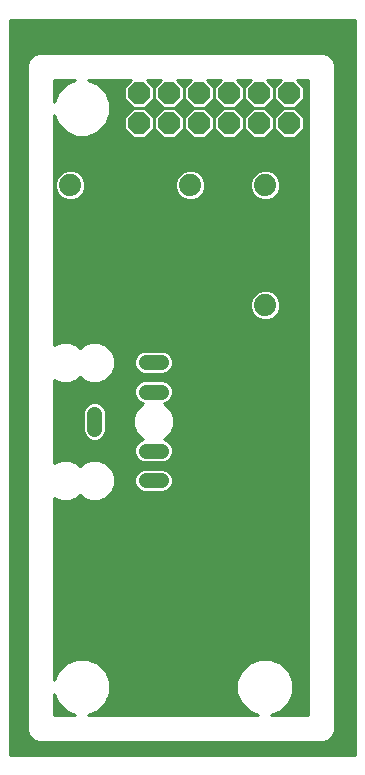
<source format=gbl>
G75*
%MOIN*%
%OFA0B0*%
%FSLAX25Y25*%
%IPPOS*%
%LPD*%
%AMOC8*
5,1,8,0,0,1.08239X$1,22.5*
%
%ADD10C,0.05118*%
%ADD11C,0.07400*%
%ADD12OC8,0.07400*%
%ADD13C,0.01000*%
D10*
X0046689Y0093075D02*
X0051807Y0093075D01*
X0051807Y0102917D02*
X0046689Y0102917D01*
X0046689Y0122602D02*
X0051807Y0122602D01*
X0051807Y0132445D02*
X0046689Y0132445D01*
X0029563Y0115319D02*
X0029563Y0110201D01*
D11*
X0021500Y0191500D03*
X0061500Y0191500D03*
X0086500Y0191500D03*
X0086500Y0151500D03*
D12*
X0084453Y0212091D03*
X0084453Y0222091D03*
X0074453Y0222091D03*
X0074453Y0212091D03*
X0064453Y0212091D03*
X0064453Y0222091D03*
X0054453Y0222091D03*
X0054453Y0212091D03*
X0044453Y0212091D03*
X0044453Y0222091D03*
X0094453Y0222091D03*
X0094453Y0212091D03*
D13*
X0001500Y0246500D02*
X0001500Y0001500D01*
X0116500Y0001500D01*
X0116500Y0246500D01*
X0001500Y0246500D01*
X0001500Y0246046D02*
X0116500Y0246046D01*
X0116500Y0245047D02*
X0001500Y0245047D01*
X0001500Y0244049D02*
X0116500Y0244049D01*
X0116500Y0243050D02*
X0001500Y0243050D01*
X0001500Y0242052D02*
X0116500Y0242052D01*
X0116500Y0241053D02*
X0001500Y0241053D01*
X0001500Y0240055D02*
X0116500Y0240055D01*
X0116500Y0239056D02*
X0001500Y0239056D01*
X0001500Y0238058D02*
X0116500Y0238058D01*
X0116500Y0237059D02*
X0001500Y0237059D01*
X0001500Y0236061D02*
X0116500Y0236061D01*
X0116500Y0235062D02*
X0106839Y0235062D01*
X0106096Y0235370D02*
X0010605Y0235370D01*
X0008951Y0234685D01*
X0007685Y0233419D01*
X0007000Y0231765D01*
X0007000Y0009503D01*
X0007685Y0007849D01*
X0008951Y0006583D01*
X0010605Y0005898D01*
X0012395Y0005898D01*
X0104306Y0005898D01*
X0106096Y0005898D01*
X0107750Y0006583D01*
X0109016Y0007849D01*
X0109701Y0009503D01*
X0109701Y0231765D01*
X0109016Y0233419D01*
X0107750Y0234685D01*
X0106096Y0235370D01*
X0108371Y0234064D02*
X0116500Y0234064D01*
X0116500Y0233065D02*
X0109162Y0233065D01*
X0109576Y0232067D02*
X0116500Y0232067D01*
X0116500Y0231068D02*
X0109701Y0231068D01*
X0109701Y0230070D02*
X0116500Y0230070D01*
X0116500Y0229071D02*
X0109701Y0229071D01*
X0109701Y0228073D02*
X0116500Y0228073D01*
X0116500Y0227074D02*
X0109701Y0227074D01*
X0109701Y0226076D02*
X0116500Y0226076D01*
X0116500Y0225077D02*
X0109701Y0225077D01*
X0109701Y0224079D02*
X0116500Y0224079D01*
X0116500Y0223080D02*
X0109701Y0223080D01*
X0109701Y0222082D02*
X0116500Y0222082D01*
X0116500Y0221083D02*
X0109701Y0221083D01*
X0109701Y0220085D02*
X0116500Y0220085D01*
X0116500Y0219086D02*
X0109701Y0219086D01*
X0109701Y0218088D02*
X0116500Y0218088D01*
X0116500Y0217089D02*
X0109701Y0217089D01*
X0109701Y0216091D02*
X0116500Y0216091D01*
X0116500Y0215092D02*
X0109701Y0215092D01*
X0109701Y0214094D02*
X0116500Y0214094D01*
X0116500Y0213095D02*
X0109701Y0213095D01*
X0109701Y0212097D02*
X0116500Y0212097D01*
X0116500Y0211098D02*
X0109701Y0211098D01*
X0109701Y0210100D02*
X0116500Y0210100D01*
X0116500Y0209101D02*
X0109701Y0209101D01*
X0109701Y0208103D02*
X0116500Y0208103D01*
X0116500Y0207104D02*
X0109701Y0207104D01*
X0109701Y0206105D02*
X0116500Y0206105D01*
X0116500Y0205107D02*
X0109701Y0205107D01*
X0109701Y0204108D02*
X0116500Y0204108D01*
X0116500Y0203110D02*
X0109701Y0203110D01*
X0109701Y0202111D02*
X0116500Y0202111D01*
X0116500Y0201113D02*
X0109701Y0201113D01*
X0109701Y0200114D02*
X0116500Y0200114D01*
X0116500Y0199116D02*
X0109701Y0199116D01*
X0109701Y0198117D02*
X0116500Y0198117D01*
X0116500Y0197119D02*
X0109701Y0197119D01*
X0109701Y0196120D02*
X0116500Y0196120D01*
X0116500Y0195122D02*
X0109701Y0195122D01*
X0109701Y0194123D02*
X0116500Y0194123D01*
X0116500Y0193125D02*
X0109701Y0193125D01*
X0109701Y0192126D02*
X0116500Y0192126D01*
X0116500Y0191128D02*
X0109701Y0191128D01*
X0109701Y0190129D02*
X0116500Y0190129D01*
X0116500Y0189131D02*
X0109701Y0189131D01*
X0109701Y0188132D02*
X0116500Y0188132D01*
X0116500Y0187134D02*
X0109701Y0187134D01*
X0109701Y0186135D02*
X0116500Y0186135D01*
X0116500Y0185137D02*
X0109701Y0185137D01*
X0109701Y0184138D02*
X0116500Y0184138D01*
X0116500Y0183140D02*
X0109701Y0183140D01*
X0109701Y0182141D02*
X0116500Y0182141D01*
X0116500Y0181143D02*
X0109701Y0181143D01*
X0109701Y0180144D02*
X0116500Y0180144D01*
X0116500Y0179146D02*
X0109701Y0179146D01*
X0109701Y0178147D02*
X0116500Y0178147D01*
X0116500Y0177149D02*
X0109701Y0177149D01*
X0109701Y0176150D02*
X0116500Y0176150D01*
X0116500Y0175152D02*
X0109701Y0175152D01*
X0109701Y0174153D02*
X0116500Y0174153D01*
X0116500Y0173155D02*
X0109701Y0173155D01*
X0109701Y0172156D02*
X0116500Y0172156D01*
X0116500Y0171158D02*
X0109701Y0171158D01*
X0109701Y0170159D02*
X0116500Y0170159D01*
X0116500Y0169161D02*
X0109701Y0169161D01*
X0109701Y0168162D02*
X0116500Y0168162D01*
X0116500Y0167164D02*
X0109701Y0167164D01*
X0109701Y0166165D02*
X0116500Y0166165D01*
X0116500Y0165167D02*
X0109701Y0165167D01*
X0109701Y0164168D02*
X0116500Y0164168D01*
X0116500Y0163170D02*
X0109701Y0163170D01*
X0109701Y0162171D02*
X0116500Y0162171D01*
X0116500Y0161172D02*
X0109701Y0161172D01*
X0109701Y0160174D02*
X0116500Y0160174D01*
X0116500Y0159175D02*
X0109701Y0159175D01*
X0109701Y0158177D02*
X0116500Y0158177D01*
X0116500Y0157178D02*
X0109701Y0157178D01*
X0109701Y0156180D02*
X0116500Y0156180D01*
X0116500Y0155181D02*
X0109701Y0155181D01*
X0109701Y0154183D02*
X0116500Y0154183D01*
X0116500Y0153184D02*
X0109701Y0153184D01*
X0109701Y0152186D02*
X0116500Y0152186D01*
X0116500Y0151187D02*
X0109701Y0151187D01*
X0109701Y0150189D02*
X0116500Y0150189D01*
X0116500Y0149190D02*
X0109701Y0149190D01*
X0109701Y0148192D02*
X0116500Y0148192D01*
X0116500Y0147193D02*
X0109701Y0147193D01*
X0109701Y0146195D02*
X0116500Y0146195D01*
X0116500Y0145196D02*
X0109701Y0145196D01*
X0109701Y0144198D02*
X0116500Y0144198D01*
X0116500Y0143199D02*
X0109701Y0143199D01*
X0109701Y0142201D02*
X0116500Y0142201D01*
X0116500Y0141202D02*
X0109701Y0141202D01*
X0109701Y0140204D02*
X0116500Y0140204D01*
X0116500Y0139205D02*
X0109701Y0139205D01*
X0109701Y0138207D02*
X0116500Y0138207D01*
X0116500Y0137208D02*
X0109701Y0137208D01*
X0109701Y0136210D02*
X0116500Y0136210D01*
X0116500Y0135211D02*
X0109701Y0135211D01*
X0109701Y0134213D02*
X0116500Y0134213D01*
X0116500Y0133214D02*
X0109701Y0133214D01*
X0109701Y0132216D02*
X0116500Y0132216D01*
X0116500Y0131217D02*
X0109701Y0131217D01*
X0109701Y0130219D02*
X0116500Y0130219D01*
X0116500Y0129220D02*
X0109701Y0129220D01*
X0109701Y0128222D02*
X0116500Y0128222D01*
X0116500Y0127223D02*
X0109701Y0127223D01*
X0109701Y0126225D02*
X0116500Y0126225D01*
X0116500Y0125226D02*
X0109701Y0125226D01*
X0109701Y0124228D02*
X0116500Y0124228D01*
X0116500Y0123229D02*
X0109701Y0123229D01*
X0109701Y0122231D02*
X0116500Y0122231D01*
X0116500Y0121232D02*
X0109701Y0121232D01*
X0109701Y0120234D02*
X0116500Y0120234D01*
X0116500Y0119235D02*
X0109701Y0119235D01*
X0109701Y0118237D02*
X0116500Y0118237D01*
X0116500Y0117238D02*
X0109701Y0117238D01*
X0109701Y0116239D02*
X0116500Y0116239D01*
X0116500Y0115241D02*
X0109701Y0115241D01*
X0109701Y0114242D02*
X0116500Y0114242D01*
X0116500Y0113244D02*
X0109701Y0113244D01*
X0109701Y0112245D02*
X0116500Y0112245D01*
X0116500Y0111247D02*
X0109701Y0111247D01*
X0109701Y0110248D02*
X0116500Y0110248D01*
X0116500Y0109250D02*
X0109701Y0109250D01*
X0109701Y0108251D02*
X0116500Y0108251D01*
X0116500Y0107253D02*
X0109701Y0107253D01*
X0109701Y0106254D02*
X0116500Y0106254D01*
X0116500Y0105256D02*
X0109701Y0105256D01*
X0109701Y0104257D02*
X0116500Y0104257D01*
X0116500Y0103259D02*
X0109701Y0103259D01*
X0109701Y0102260D02*
X0116500Y0102260D01*
X0116500Y0101262D02*
X0109701Y0101262D01*
X0109701Y0100263D02*
X0116500Y0100263D01*
X0116500Y0099265D02*
X0109701Y0099265D01*
X0109701Y0098266D02*
X0116500Y0098266D01*
X0116500Y0097268D02*
X0109701Y0097268D01*
X0109701Y0096269D02*
X0116500Y0096269D01*
X0116500Y0095271D02*
X0109701Y0095271D01*
X0109701Y0094272D02*
X0116500Y0094272D01*
X0116500Y0093274D02*
X0109701Y0093274D01*
X0109701Y0092275D02*
X0116500Y0092275D01*
X0116500Y0091277D02*
X0109701Y0091277D01*
X0109701Y0090278D02*
X0116500Y0090278D01*
X0116500Y0089280D02*
X0109701Y0089280D01*
X0109701Y0088281D02*
X0116500Y0088281D01*
X0116500Y0087283D02*
X0109701Y0087283D01*
X0109701Y0086284D02*
X0116500Y0086284D01*
X0116500Y0085286D02*
X0109701Y0085286D01*
X0109701Y0084287D02*
X0116500Y0084287D01*
X0116500Y0083289D02*
X0109701Y0083289D01*
X0109701Y0082290D02*
X0116500Y0082290D01*
X0116500Y0081292D02*
X0109701Y0081292D01*
X0109701Y0080293D02*
X0116500Y0080293D01*
X0116500Y0079295D02*
X0109701Y0079295D01*
X0109701Y0078296D02*
X0116500Y0078296D01*
X0116500Y0077298D02*
X0109701Y0077298D01*
X0109701Y0076299D02*
X0116500Y0076299D01*
X0116500Y0075301D02*
X0109701Y0075301D01*
X0109701Y0074302D02*
X0116500Y0074302D01*
X0116500Y0073303D02*
X0109701Y0073303D01*
X0109701Y0072305D02*
X0116500Y0072305D01*
X0116500Y0071306D02*
X0109701Y0071306D01*
X0109701Y0070308D02*
X0116500Y0070308D01*
X0116500Y0069309D02*
X0109701Y0069309D01*
X0109701Y0068311D02*
X0116500Y0068311D01*
X0116500Y0067312D02*
X0109701Y0067312D01*
X0109701Y0066314D02*
X0116500Y0066314D01*
X0116500Y0065315D02*
X0109701Y0065315D01*
X0109701Y0064317D02*
X0116500Y0064317D01*
X0116500Y0063318D02*
X0109701Y0063318D01*
X0109701Y0062320D02*
X0116500Y0062320D01*
X0116500Y0061321D02*
X0109701Y0061321D01*
X0109701Y0060323D02*
X0116500Y0060323D01*
X0116500Y0059324D02*
X0109701Y0059324D01*
X0109701Y0058326D02*
X0116500Y0058326D01*
X0116500Y0057327D02*
X0109701Y0057327D01*
X0109701Y0056329D02*
X0116500Y0056329D01*
X0116500Y0055330D02*
X0109701Y0055330D01*
X0109701Y0054332D02*
X0116500Y0054332D01*
X0116500Y0053333D02*
X0109701Y0053333D01*
X0109701Y0052335D02*
X0116500Y0052335D01*
X0116500Y0051336D02*
X0109701Y0051336D01*
X0109701Y0050338D02*
X0116500Y0050338D01*
X0116500Y0049339D02*
X0109701Y0049339D01*
X0109701Y0048341D02*
X0116500Y0048341D01*
X0116500Y0047342D02*
X0109701Y0047342D01*
X0109701Y0046344D02*
X0116500Y0046344D01*
X0116500Y0045345D02*
X0109701Y0045345D01*
X0109701Y0044347D02*
X0116500Y0044347D01*
X0116500Y0043348D02*
X0109701Y0043348D01*
X0109701Y0042350D02*
X0116500Y0042350D01*
X0116500Y0041351D02*
X0109701Y0041351D01*
X0109701Y0040353D02*
X0116500Y0040353D01*
X0116500Y0039354D02*
X0109701Y0039354D01*
X0109701Y0038356D02*
X0116500Y0038356D01*
X0116500Y0037357D02*
X0109701Y0037357D01*
X0109701Y0036359D02*
X0116500Y0036359D01*
X0116500Y0035360D02*
X0109701Y0035360D01*
X0109701Y0034362D02*
X0116500Y0034362D01*
X0116500Y0033363D02*
X0109701Y0033363D01*
X0109701Y0032365D02*
X0116500Y0032365D01*
X0116500Y0031366D02*
X0109701Y0031366D01*
X0109701Y0030368D02*
X0116500Y0030368D01*
X0116500Y0029369D02*
X0109701Y0029369D01*
X0109701Y0028370D02*
X0116500Y0028370D01*
X0116500Y0027372D02*
X0109701Y0027372D01*
X0109701Y0026373D02*
X0116500Y0026373D01*
X0116500Y0025375D02*
X0109701Y0025375D01*
X0109701Y0024376D02*
X0116500Y0024376D01*
X0116500Y0023378D02*
X0109701Y0023378D01*
X0109701Y0022379D02*
X0116500Y0022379D01*
X0116500Y0021381D02*
X0109701Y0021381D01*
X0109701Y0020382D02*
X0116500Y0020382D01*
X0116500Y0019384D02*
X0109701Y0019384D01*
X0109701Y0018385D02*
X0116500Y0018385D01*
X0116500Y0017387D02*
X0109701Y0017387D01*
X0109701Y0016388D02*
X0116500Y0016388D01*
X0116500Y0015390D02*
X0109701Y0015390D01*
X0109701Y0014391D02*
X0116500Y0014391D01*
X0116500Y0013393D02*
X0109701Y0013393D01*
X0109701Y0012394D02*
X0116500Y0012394D01*
X0116500Y0011396D02*
X0109701Y0011396D01*
X0109701Y0010397D02*
X0116500Y0010397D01*
X0116500Y0009399D02*
X0109658Y0009399D01*
X0109244Y0008400D02*
X0116500Y0008400D01*
X0116500Y0007402D02*
X0108569Y0007402D01*
X0107317Y0006403D02*
X0116500Y0006403D01*
X0116500Y0005405D02*
X0001500Y0005405D01*
X0001500Y0006403D02*
X0009384Y0006403D01*
X0008132Y0007402D02*
X0001500Y0007402D01*
X0001500Y0008400D02*
X0007457Y0008400D01*
X0007043Y0009399D02*
X0001500Y0009399D01*
X0001500Y0010397D02*
X0007000Y0010397D01*
X0007000Y0011396D02*
X0001500Y0011396D01*
X0001500Y0012394D02*
X0007000Y0012394D01*
X0007000Y0013393D02*
X0001500Y0013393D01*
X0001500Y0014391D02*
X0007000Y0014391D01*
X0007000Y0015390D02*
X0001500Y0015390D01*
X0001500Y0016388D02*
X0007000Y0016388D01*
X0007000Y0017387D02*
X0001500Y0017387D01*
X0001500Y0018385D02*
X0007000Y0018385D01*
X0007000Y0019384D02*
X0001500Y0019384D01*
X0001500Y0020382D02*
X0007000Y0020382D01*
X0007000Y0021381D02*
X0001500Y0021381D01*
X0001500Y0022379D02*
X0007000Y0022379D01*
X0007000Y0023378D02*
X0001500Y0023378D01*
X0001500Y0024376D02*
X0007000Y0024376D01*
X0007000Y0025375D02*
X0001500Y0025375D01*
X0001500Y0026373D02*
X0007000Y0026373D01*
X0007000Y0027372D02*
X0001500Y0027372D01*
X0001500Y0028370D02*
X0007000Y0028370D01*
X0007000Y0029369D02*
X0001500Y0029369D01*
X0001500Y0030368D02*
X0007000Y0030368D01*
X0007000Y0031366D02*
X0001500Y0031366D01*
X0001500Y0032365D02*
X0007000Y0032365D01*
X0007000Y0033363D02*
X0001500Y0033363D01*
X0001500Y0034362D02*
X0007000Y0034362D01*
X0007000Y0035360D02*
X0001500Y0035360D01*
X0001500Y0036359D02*
X0007000Y0036359D01*
X0007000Y0037357D02*
X0001500Y0037357D01*
X0001500Y0038356D02*
X0007000Y0038356D01*
X0007000Y0039354D02*
X0001500Y0039354D01*
X0001500Y0040353D02*
X0007000Y0040353D01*
X0007000Y0041351D02*
X0001500Y0041351D01*
X0001500Y0042350D02*
X0007000Y0042350D01*
X0007000Y0043348D02*
X0001500Y0043348D01*
X0001500Y0044347D02*
X0007000Y0044347D01*
X0007000Y0045345D02*
X0001500Y0045345D01*
X0001500Y0046344D02*
X0007000Y0046344D01*
X0007000Y0047342D02*
X0001500Y0047342D01*
X0001500Y0048341D02*
X0007000Y0048341D01*
X0007000Y0049339D02*
X0001500Y0049339D01*
X0001500Y0050338D02*
X0007000Y0050338D01*
X0007000Y0051336D02*
X0001500Y0051336D01*
X0001500Y0052335D02*
X0007000Y0052335D01*
X0007000Y0053333D02*
X0001500Y0053333D01*
X0001500Y0054332D02*
X0007000Y0054332D01*
X0007000Y0055330D02*
X0001500Y0055330D01*
X0001500Y0056329D02*
X0007000Y0056329D01*
X0007000Y0057327D02*
X0001500Y0057327D01*
X0001500Y0058326D02*
X0007000Y0058326D01*
X0007000Y0059324D02*
X0001500Y0059324D01*
X0001500Y0060323D02*
X0007000Y0060323D01*
X0007000Y0061321D02*
X0001500Y0061321D01*
X0001500Y0062320D02*
X0007000Y0062320D01*
X0007000Y0063318D02*
X0001500Y0063318D01*
X0001500Y0064317D02*
X0007000Y0064317D01*
X0007000Y0065315D02*
X0001500Y0065315D01*
X0001500Y0066314D02*
X0007000Y0066314D01*
X0007000Y0067312D02*
X0001500Y0067312D01*
X0001500Y0068311D02*
X0007000Y0068311D01*
X0007000Y0069309D02*
X0001500Y0069309D01*
X0001500Y0070308D02*
X0007000Y0070308D01*
X0007000Y0071306D02*
X0001500Y0071306D01*
X0001500Y0072305D02*
X0007000Y0072305D01*
X0007000Y0073303D02*
X0001500Y0073303D01*
X0001500Y0074302D02*
X0007000Y0074302D01*
X0007000Y0075301D02*
X0001500Y0075301D01*
X0001500Y0076299D02*
X0007000Y0076299D01*
X0007000Y0077298D02*
X0001500Y0077298D01*
X0001500Y0078296D02*
X0007000Y0078296D01*
X0007000Y0079295D02*
X0001500Y0079295D01*
X0001500Y0080293D02*
X0007000Y0080293D01*
X0007000Y0081292D02*
X0001500Y0081292D01*
X0001500Y0082290D02*
X0007000Y0082290D01*
X0007000Y0083289D02*
X0001500Y0083289D01*
X0001500Y0084287D02*
X0007000Y0084287D01*
X0007000Y0085286D02*
X0001500Y0085286D01*
X0001500Y0086284D02*
X0007000Y0086284D01*
X0007000Y0087283D02*
X0001500Y0087283D01*
X0001500Y0088281D02*
X0007000Y0088281D01*
X0007000Y0089280D02*
X0001500Y0089280D01*
X0001500Y0090278D02*
X0007000Y0090278D01*
X0007000Y0091277D02*
X0001500Y0091277D01*
X0001500Y0092275D02*
X0007000Y0092275D01*
X0007000Y0093274D02*
X0001500Y0093274D01*
X0001500Y0094272D02*
X0007000Y0094272D01*
X0007000Y0095271D02*
X0001500Y0095271D01*
X0001500Y0096269D02*
X0007000Y0096269D01*
X0007000Y0097268D02*
X0001500Y0097268D01*
X0001500Y0098266D02*
X0007000Y0098266D01*
X0007000Y0099265D02*
X0001500Y0099265D01*
X0001500Y0100263D02*
X0007000Y0100263D01*
X0007000Y0101262D02*
X0001500Y0101262D01*
X0001500Y0102260D02*
X0007000Y0102260D01*
X0007000Y0103259D02*
X0001500Y0103259D01*
X0001500Y0104257D02*
X0007000Y0104257D01*
X0007000Y0105256D02*
X0001500Y0105256D01*
X0001500Y0106254D02*
X0007000Y0106254D01*
X0007000Y0107253D02*
X0001500Y0107253D01*
X0001500Y0108251D02*
X0007000Y0108251D01*
X0007000Y0109250D02*
X0001500Y0109250D01*
X0001500Y0110248D02*
X0007000Y0110248D01*
X0007000Y0111247D02*
X0001500Y0111247D01*
X0001500Y0112245D02*
X0007000Y0112245D01*
X0007000Y0113244D02*
X0001500Y0113244D01*
X0001500Y0114242D02*
X0007000Y0114242D01*
X0007000Y0115241D02*
X0001500Y0115241D01*
X0001500Y0116239D02*
X0007000Y0116239D01*
X0007000Y0117238D02*
X0001500Y0117238D01*
X0001500Y0118237D02*
X0007000Y0118237D01*
X0007000Y0119235D02*
X0001500Y0119235D01*
X0001500Y0120234D02*
X0007000Y0120234D01*
X0007000Y0121232D02*
X0001500Y0121232D01*
X0001500Y0122231D02*
X0007000Y0122231D01*
X0007000Y0123229D02*
X0001500Y0123229D01*
X0001500Y0124228D02*
X0007000Y0124228D01*
X0007000Y0125226D02*
X0001500Y0125226D01*
X0001500Y0126225D02*
X0007000Y0126225D01*
X0007000Y0127223D02*
X0001500Y0127223D01*
X0001500Y0128222D02*
X0007000Y0128222D01*
X0007000Y0129220D02*
X0001500Y0129220D01*
X0001500Y0130219D02*
X0007000Y0130219D01*
X0007000Y0131217D02*
X0001500Y0131217D01*
X0001500Y0132216D02*
X0007000Y0132216D01*
X0007000Y0133214D02*
X0001500Y0133214D01*
X0001500Y0134213D02*
X0007000Y0134213D01*
X0007000Y0135211D02*
X0001500Y0135211D01*
X0001500Y0136210D02*
X0007000Y0136210D01*
X0007000Y0137208D02*
X0001500Y0137208D01*
X0001500Y0138207D02*
X0007000Y0138207D01*
X0007000Y0139205D02*
X0001500Y0139205D01*
X0001500Y0140204D02*
X0007000Y0140204D01*
X0007000Y0141202D02*
X0001500Y0141202D01*
X0001500Y0142201D02*
X0007000Y0142201D01*
X0007000Y0143199D02*
X0001500Y0143199D01*
X0001500Y0144198D02*
X0007000Y0144198D01*
X0007000Y0145196D02*
X0001500Y0145196D01*
X0001500Y0146195D02*
X0007000Y0146195D01*
X0007000Y0147193D02*
X0001500Y0147193D01*
X0001500Y0148192D02*
X0007000Y0148192D01*
X0007000Y0149190D02*
X0001500Y0149190D01*
X0001500Y0150189D02*
X0007000Y0150189D01*
X0007000Y0151187D02*
X0001500Y0151187D01*
X0001500Y0152186D02*
X0007000Y0152186D01*
X0007000Y0153184D02*
X0001500Y0153184D01*
X0001500Y0154183D02*
X0007000Y0154183D01*
X0007000Y0155181D02*
X0001500Y0155181D01*
X0001500Y0156180D02*
X0007000Y0156180D01*
X0007000Y0157178D02*
X0001500Y0157178D01*
X0001500Y0158177D02*
X0007000Y0158177D01*
X0007000Y0159175D02*
X0001500Y0159175D01*
X0001500Y0160174D02*
X0007000Y0160174D01*
X0007000Y0161172D02*
X0001500Y0161172D01*
X0001500Y0162171D02*
X0007000Y0162171D01*
X0007000Y0163170D02*
X0001500Y0163170D01*
X0001500Y0164168D02*
X0007000Y0164168D01*
X0007000Y0165167D02*
X0001500Y0165167D01*
X0001500Y0166165D02*
X0007000Y0166165D01*
X0007000Y0167164D02*
X0001500Y0167164D01*
X0001500Y0168162D02*
X0007000Y0168162D01*
X0007000Y0169161D02*
X0001500Y0169161D01*
X0001500Y0170159D02*
X0007000Y0170159D01*
X0007000Y0171158D02*
X0001500Y0171158D01*
X0001500Y0172156D02*
X0007000Y0172156D01*
X0007000Y0173155D02*
X0001500Y0173155D01*
X0001500Y0174153D02*
X0007000Y0174153D01*
X0007000Y0175152D02*
X0001500Y0175152D01*
X0001500Y0176150D02*
X0007000Y0176150D01*
X0007000Y0177149D02*
X0001500Y0177149D01*
X0001500Y0178147D02*
X0007000Y0178147D01*
X0007000Y0179146D02*
X0001500Y0179146D01*
X0001500Y0180144D02*
X0007000Y0180144D01*
X0007000Y0181143D02*
X0001500Y0181143D01*
X0001500Y0182141D02*
X0007000Y0182141D01*
X0007000Y0183140D02*
X0001500Y0183140D01*
X0001500Y0184138D02*
X0007000Y0184138D01*
X0007000Y0185137D02*
X0001500Y0185137D01*
X0001500Y0186135D02*
X0007000Y0186135D01*
X0007000Y0187134D02*
X0001500Y0187134D01*
X0001500Y0188132D02*
X0007000Y0188132D01*
X0007000Y0189131D02*
X0001500Y0189131D01*
X0001500Y0190129D02*
X0007000Y0190129D01*
X0007000Y0191128D02*
X0001500Y0191128D01*
X0001500Y0192126D02*
X0007000Y0192126D01*
X0007000Y0193125D02*
X0001500Y0193125D01*
X0001500Y0194123D02*
X0007000Y0194123D01*
X0007000Y0195122D02*
X0001500Y0195122D01*
X0001500Y0196120D02*
X0007000Y0196120D01*
X0007000Y0197119D02*
X0001500Y0197119D01*
X0001500Y0198117D02*
X0007000Y0198117D01*
X0007000Y0199116D02*
X0001500Y0199116D01*
X0001500Y0200114D02*
X0007000Y0200114D01*
X0007000Y0201113D02*
X0001500Y0201113D01*
X0001500Y0202111D02*
X0007000Y0202111D01*
X0007000Y0203110D02*
X0001500Y0203110D01*
X0001500Y0204108D02*
X0007000Y0204108D01*
X0007000Y0205107D02*
X0001500Y0205107D01*
X0001500Y0206105D02*
X0007000Y0206105D01*
X0007000Y0207104D02*
X0001500Y0207104D01*
X0001500Y0208103D02*
X0007000Y0208103D01*
X0007000Y0209101D02*
X0001500Y0209101D01*
X0001500Y0210100D02*
X0007000Y0210100D01*
X0007000Y0211098D02*
X0001500Y0211098D01*
X0001500Y0212097D02*
X0007000Y0212097D01*
X0007000Y0213095D02*
X0001500Y0213095D01*
X0001500Y0214094D02*
X0007000Y0214094D01*
X0007000Y0215092D02*
X0001500Y0215092D01*
X0001500Y0216091D02*
X0007000Y0216091D01*
X0007000Y0217089D02*
X0001500Y0217089D01*
X0001500Y0218088D02*
X0007000Y0218088D01*
X0007000Y0219086D02*
X0001500Y0219086D01*
X0001500Y0220085D02*
X0007000Y0220085D01*
X0007000Y0221083D02*
X0001500Y0221083D01*
X0001500Y0222082D02*
X0007000Y0222082D01*
X0007000Y0223080D02*
X0001500Y0223080D01*
X0001500Y0224079D02*
X0007000Y0224079D01*
X0007000Y0225077D02*
X0001500Y0225077D01*
X0001500Y0226076D02*
X0007000Y0226076D01*
X0007000Y0227074D02*
X0001500Y0227074D01*
X0001500Y0228073D02*
X0007000Y0228073D01*
X0007000Y0229071D02*
X0001500Y0229071D01*
X0001500Y0230070D02*
X0007000Y0230070D01*
X0007000Y0231068D02*
X0001500Y0231068D01*
X0001500Y0232067D02*
X0007125Y0232067D01*
X0007539Y0233065D02*
X0001500Y0233065D01*
X0001500Y0234064D02*
X0008330Y0234064D01*
X0009862Y0235062D02*
X0001500Y0235062D01*
X0016000Y0226370D02*
X0016000Y0219316D01*
X0017289Y0222429D01*
X0019941Y0225081D01*
X0023054Y0226370D01*
X0016000Y0226370D01*
X0016000Y0226076D02*
X0022343Y0226076D01*
X0019937Y0225077D02*
X0016000Y0225077D01*
X0016000Y0224079D02*
X0018939Y0224079D01*
X0017940Y0223080D02*
X0016000Y0223080D01*
X0016000Y0222082D02*
X0017145Y0222082D01*
X0016732Y0221083D02*
X0016000Y0221083D01*
X0016000Y0220085D02*
X0016318Y0220085D01*
X0016000Y0214865D02*
X0017289Y0211752D01*
X0019941Y0209100D01*
X0023405Y0207666D01*
X0027154Y0207666D01*
X0030618Y0209100D01*
X0033270Y0211752D01*
X0034705Y0215216D01*
X0034705Y0218965D01*
X0033270Y0222429D01*
X0030618Y0225081D01*
X0027505Y0226370D01*
X0041661Y0226370D01*
X0039453Y0224162D01*
X0039453Y0220019D01*
X0042382Y0217091D01*
X0046524Y0217091D01*
X0049453Y0220019D01*
X0052382Y0217091D01*
X0056524Y0217091D01*
X0059453Y0220019D01*
X0062382Y0217091D01*
X0066524Y0217091D01*
X0069453Y0220019D01*
X0072382Y0217091D01*
X0076524Y0217091D01*
X0079453Y0220019D01*
X0082382Y0217091D01*
X0086524Y0217091D01*
X0089453Y0220019D01*
X0092382Y0217091D01*
X0096524Y0217091D01*
X0099453Y0220019D01*
X0099453Y0224162D01*
X0097244Y0226370D01*
X0100701Y0226370D01*
X0100701Y0014898D01*
X0088529Y0014898D01*
X0091642Y0016187D01*
X0094293Y0018838D01*
X0095728Y0022302D01*
X0095728Y0026052D01*
X0094293Y0029516D01*
X0091642Y0032167D01*
X0088178Y0033602D01*
X0084428Y0033602D01*
X0080964Y0032167D01*
X0078313Y0029516D01*
X0076878Y0026052D01*
X0076878Y0022302D01*
X0078313Y0018838D01*
X0080964Y0016187D01*
X0084077Y0014898D01*
X0027505Y0014898D01*
X0030618Y0016187D01*
X0033270Y0018838D01*
X0034705Y0022302D01*
X0034705Y0026052D01*
X0033270Y0029516D01*
X0030618Y0032167D01*
X0027154Y0033602D01*
X0023405Y0033602D01*
X0019941Y0032167D01*
X0017289Y0029516D01*
X0016000Y0026403D01*
X0016000Y0087188D01*
X0018355Y0086213D01*
X0021085Y0086213D01*
X0023608Y0087257D01*
X0024642Y0088291D01*
X0025676Y0087257D01*
X0028198Y0086213D01*
X0030928Y0086213D01*
X0033450Y0087257D01*
X0035380Y0089188D01*
X0036425Y0091710D01*
X0036425Y0094440D01*
X0035380Y0096962D01*
X0033450Y0098892D01*
X0030928Y0099937D01*
X0028198Y0099937D01*
X0025676Y0098892D01*
X0024642Y0097858D01*
X0023608Y0098892D01*
X0021085Y0099937D01*
X0018355Y0099937D01*
X0016000Y0098961D01*
X0016000Y0126558D01*
X0018355Y0125583D01*
X0021085Y0125583D01*
X0023608Y0126627D01*
X0024642Y0127662D01*
X0025676Y0126627D01*
X0028198Y0125583D01*
X0030928Y0125583D01*
X0033450Y0126627D01*
X0035380Y0128558D01*
X0036425Y0131080D01*
X0036425Y0133810D01*
X0035380Y0136332D01*
X0033450Y0138262D01*
X0030928Y0139307D01*
X0028198Y0139307D01*
X0025676Y0138262D01*
X0024642Y0137228D01*
X0023608Y0138262D01*
X0021085Y0139307D01*
X0018355Y0139307D01*
X0016000Y0138331D01*
X0016000Y0214865D01*
X0016000Y0214094D02*
X0016319Y0214094D01*
X0016000Y0213095D02*
X0016733Y0213095D01*
X0017147Y0212097D02*
X0016000Y0212097D01*
X0016000Y0211098D02*
X0017943Y0211098D01*
X0018942Y0210100D02*
X0016000Y0210100D01*
X0016000Y0209101D02*
X0019940Y0209101D01*
X0022350Y0208103D02*
X0016000Y0208103D01*
X0016000Y0207104D02*
X0042368Y0207104D01*
X0042382Y0207091D02*
X0046524Y0207091D01*
X0049453Y0210019D01*
X0052382Y0207091D01*
X0056524Y0207091D01*
X0059453Y0210019D01*
X0062382Y0207091D01*
X0066524Y0207091D01*
X0069453Y0210019D01*
X0072382Y0207091D01*
X0076524Y0207091D01*
X0079453Y0210019D01*
X0082382Y0207091D01*
X0086524Y0207091D01*
X0089453Y0210019D01*
X0092382Y0207091D01*
X0096524Y0207091D01*
X0099453Y0210019D01*
X0099453Y0214162D01*
X0096524Y0217091D01*
X0092382Y0217091D01*
X0089453Y0214162D01*
X0089453Y0210019D01*
X0089453Y0214162D01*
X0086524Y0217091D01*
X0082382Y0217091D01*
X0079453Y0214162D01*
X0079453Y0210019D01*
X0079453Y0214162D01*
X0076524Y0217091D01*
X0072382Y0217091D01*
X0069453Y0214162D01*
X0069453Y0210019D01*
X0069453Y0214162D01*
X0066524Y0217091D01*
X0062382Y0217091D01*
X0059453Y0214162D01*
X0059453Y0210019D01*
X0059453Y0214162D01*
X0056524Y0217091D01*
X0052382Y0217091D01*
X0049453Y0214162D01*
X0049453Y0210019D01*
X0049453Y0214162D01*
X0046524Y0217091D01*
X0042382Y0217091D01*
X0039453Y0214162D01*
X0039453Y0210019D01*
X0042382Y0207091D01*
X0041370Y0208103D02*
X0028209Y0208103D01*
X0030619Y0209101D02*
X0040371Y0209101D01*
X0039453Y0210100D02*
X0031617Y0210100D01*
X0032616Y0211098D02*
X0039453Y0211098D01*
X0039453Y0212097D02*
X0033412Y0212097D01*
X0033826Y0213095D02*
X0039453Y0213095D01*
X0039453Y0214094D02*
X0034240Y0214094D01*
X0034653Y0215092D02*
X0040383Y0215092D01*
X0041382Y0216091D02*
X0034705Y0216091D01*
X0034705Y0217089D02*
X0042380Y0217089D01*
X0041385Y0218088D02*
X0034705Y0218088D01*
X0034654Y0219086D02*
X0040386Y0219086D01*
X0039453Y0220085D02*
X0034241Y0220085D01*
X0033827Y0221083D02*
X0039453Y0221083D01*
X0039453Y0222082D02*
X0033414Y0222082D01*
X0032619Y0223080D02*
X0039453Y0223080D01*
X0039453Y0224079D02*
X0031620Y0224079D01*
X0030622Y0225077D02*
X0040368Y0225077D01*
X0041367Y0226076D02*
X0028216Y0226076D01*
X0016000Y0206105D02*
X0100701Y0206105D01*
X0100701Y0205107D02*
X0016000Y0205107D01*
X0016000Y0204108D02*
X0100701Y0204108D01*
X0100701Y0203110D02*
X0016000Y0203110D01*
X0016000Y0202111D02*
X0100701Y0202111D01*
X0100701Y0201113D02*
X0016000Y0201113D01*
X0016000Y0200114D02*
X0100701Y0200114D01*
X0100701Y0199116D02*
X0016000Y0199116D01*
X0016000Y0198117D02*
X0100701Y0198117D01*
X0100701Y0197119D02*
X0016000Y0197119D01*
X0016000Y0196120D02*
X0019589Y0196120D01*
X0020505Y0196500D02*
X0018668Y0195739D01*
X0017261Y0194332D01*
X0016500Y0192495D01*
X0016500Y0190505D01*
X0017261Y0188668D01*
X0018668Y0187261D01*
X0020505Y0186500D01*
X0022495Y0186500D01*
X0024332Y0187261D01*
X0025739Y0188668D01*
X0026500Y0190505D01*
X0026500Y0192495D01*
X0025739Y0194332D01*
X0024332Y0195739D01*
X0022495Y0196500D01*
X0020505Y0196500D01*
X0018051Y0195122D02*
X0016000Y0195122D01*
X0016000Y0194123D02*
X0017175Y0194123D01*
X0016761Y0193125D02*
X0016000Y0193125D01*
X0016000Y0192126D02*
X0016500Y0192126D01*
X0016500Y0191128D02*
X0016000Y0191128D01*
X0016000Y0190129D02*
X0016656Y0190129D01*
X0017069Y0189131D02*
X0016000Y0189131D01*
X0016000Y0188132D02*
X0017797Y0188132D01*
X0018975Y0187134D02*
X0016000Y0187134D01*
X0016000Y0186135D02*
X0100701Y0186135D01*
X0100701Y0185137D02*
X0016000Y0185137D01*
X0016000Y0184138D02*
X0100701Y0184138D01*
X0100701Y0183140D02*
X0016000Y0183140D01*
X0016000Y0182141D02*
X0100701Y0182141D01*
X0100701Y0181143D02*
X0016000Y0181143D01*
X0016000Y0180144D02*
X0100701Y0180144D01*
X0100701Y0179146D02*
X0016000Y0179146D01*
X0016000Y0178147D02*
X0100701Y0178147D01*
X0100701Y0177149D02*
X0016000Y0177149D01*
X0016000Y0176150D02*
X0100701Y0176150D01*
X0100701Y0175152D02*
X0016000Y0175152D01*
X0016000Y0174153D02*
X0100701Y0174153D01*
X0100701Y0173155D02*
X0016000Y0173155D01*
X0016000Y0172156D02*
X0100701Y0172156D01*
X0100701Y0171158D02*
X0016000Y0171158D01*
X0016000Y0170159D02*
X0100701Y0170159D01*
X0100701Y0169161D02*
X0016000Y0169161D01*
X0016000Y0168162D02*
X0100701Y0168162D01*
X0100701Y0167164D02*
X0016000Y0167164D01*
X0016000Y0166165D02*
X0100701Y0166165D01*
X0100701Y0165167D02*
X0016000Y0165167D01*
X0016000Y0164168D02*
X0100701Y0164168D01*
X0100701Y0163170D02*
X0016000Y0163170D01*
X0016000Y0162171D02*
X0100701Y0162171D01*
X0100701Y0161172D02*
X0016000Y0161172D01*
X0016000Y0160174D02*
X0100701Y0160174D01*
X0100701Y0159175D02*
X0016000Y0159175D01*
X0016000Y0158177D02*
X0100701Y0158177D01*
X0100701Y0157178D02*
X0016000Y0157178D01*
X0016000Y0156180D02*
X0084733Y0156180D01*
X0085505Y0156500D02*
X0083668Y0155739D01*
X0082261Y0154332D01*
X0081500Y0152495D01*
X0081500Y0150505D01*
X0082261Y0148668D01*
X0083668Y0147261D01*
X0085505Y0146500D01*
X0087495Y0146500D01*
X0089332Y0147261D01*
X0090739Y0148668D01*
X0091500Y0150505D01*
X0091500Y0152495D01*
X0090739Y0154332D01*
X0089332Y0155739D01*
X0087495Y0156500D01*
X0085505Y0156500D01*
X0083110Y0155181D02*
X0016000Y0155181D01*
X0016000Y0154183D02*
X0082199Y0154183D01*
X0081786Y0153184D02*
X0016000Y0153184D01*
X0016000Y0152186D02*
X0081500Y0152186D01*
X0081500Y0151187D02*
X0016000Y0151187D01*
X0016000Y0150189D02*
X0081631Y0150189D01*
X0082045Y0149190D02*
X0016000Y0149190D01*
X0016000Y0148192D02*
X0082737Y0148192D01*
X0083832Y0147193D02*
X0016000Y0147193D01*
X0016000Y0146195D02*
X0100701Y0146195D01*
X0100701Y0147193D02*
X0089168Y0147193D01*
X0090263Y0148192D02*
X0100701Y0148192D01*
X0100701Y0149190D02*
X0090955Y0149190D01*
X0091369Y0150189D02*
X0100701Y0150189D01*
X0100701Y0151187D02*
X0091500Y0151187D01*
X0091500Y0152186D02*
X0100701Y0152186D01*
X0100701Y0153184D02*
X0091214Y0153184D01*
X0090801Y0154183D02*
X0100701Y0154183D01*
X0100701Y0155181D02*
X0089890Y0155181D01*
X0088267Y0156180D02*
X0100701Y0156180D01*
X0100701Y0145196D02*
X0016000Y0145196D01*
X0016000Y0144198D02*
X0100701Y0144198D01*
X0100701Y0143199D02*
X0016000Y0143199D01*
X0016000Y0142201D02*
X0100701Y0142201D01*
X0100701Y0141202D02*
X0016000Y0141202D01*
X0016000Y0140204D02*
X0100701Y0140204D01*
X0100701Y0139205D02*
X0031174Y0139205D01*
X0033506Y0138207D02*
X0100701Y0138207D01*
X0100701Y0137208D02*
X0034504Y0137208D01*
X0035431Y0136210D02*
X0045694Y0136210D01*
X0045921Y0136304D02*
X0044503Y0135716D01*
X0043417Y0134631D01*
X0042830Y0133212D01*
X0042830Y0131677D01*
X0043417Y0130259D01*
X0044503Y0129173D01*
X0045921Y0128586D01*
X0052575Y0128586D01*
X0053993Y0129173D01*
X0055079Y0130259D01*
X0055666Y0131677D01*
X0055666Y0133212D01*
X0055079Y0134631D01*
X0053993Y0135716D01*
X0052575Y0136304D01*
X0045921Y0136304D01*
X0043998Y0135211D02*
X0035845Y0135211D01*
X0036258Y0134213D02*
X0043244Y0134213D01*
X0042831Y0133214D02*
X0036425Y0133214D01*
X0036425Y0132216D02*
X0042830Y0132216D01*
X0043020Y0131217D02*
X0036425Y0131217D01*
X0036068Y0130219D02*
X0043458Y0130219D01*
X0044456Y0129220D02*
X0035655Y0129220D01*
X0035044Y0128222D02*
X0100701Y0128222D01*
X0100701Y0129220D02*
X0054040Y0129220D01*
X0055038Y0130219D02*
X0100701Y0130219D01*
X0100701Y0131217D02*
X0055476Y0131217D01*
X0055666Y0132216D02*
X0100701Y0132216D01*
X0100701Y0133214D02*
X0055665Y0133214D01*
X0055252Y0134213D02*
X0100701Y0134213D01*
X0100701Y0135211D02*
X0054498Y0135211D01*
X0052802Y0136210D02*
X0100701Y0136210D01*
X0100701Y0127223D02*
X0034046Y0127223D01*
X0032478Y0126225D02*
X0045350Y0126225D01*
X0045921Y0126461D02*
X0044503Y0125874D01*
X0043417Y0124788D01*
X0042830Y0123370D01*
X0042830Y0121835D01*
X0043417Y0120416D01*
X0044503Y0119331D01*
X0045841Y0118776D01*
X0045361Y0118577D01*
X0043431Y0116647D01*
X0042386Y0114125D01*
X0042386Y0111395D01*
X0043431Y0108873D01*
X0045361Y0106942D01*
X0045841Y0106743D01*
X0044503Y0106189D01*
X0043417Y0105103D01*
X0042830Y0103685D01*
X0042830Y0102150D01*
X0043417Y0100731D01*
X0044503Y0099646D01*
X0045921Y0099058D01*
X0052575Y0099058D01*
X0053993Y0099646D01*
X0055079Y0100731D01*
X0055666Y0102150D01*
X0055666Y0103685D01*
X0055079Y0105103D01*
X0053993Y0106189D01*
X0052655Y0106743D01*
X0053135Y0106942D01*
X0055066Y0108873D01*
X0056110Y0111395D01*
X0056110Y0114125D01*
X0055066Y0116647D01*
X0053135Y0118577D01*
X0052655Y0118776D01*
X0053993Y0119331D01*
X0055079Y0120416D01*
X0055666Y0121835D01*
X0055666Y0123370D01*
X0055079Y0124788D01*
X0053993Y0125874D01*
X0052575Y0126461D01*
X0045921Y0126461D01*
X0043855Y0125226D02*
X0016000Y0125226D01*
X0016000Y0124228D02*
X0043185Y0124228D01*
X0042830Y0123229D02*
X0016000Y0123229D01*
X0016000Y0122231D02*
X0042830Y0122231D01*
X0043080Y0121232D02*
X0016000Y0121232D01*
X0016000Y0120234D02*
X0043600Y0120234D01*
X0044734Y0119235D02*
X0016000Y0119235D01*
X0016000Y0118237D02*
X0027023Y0118237D01*
X0027377Y0118590D02*
X0026291Y0117505D01*
X0025704Y0116087D01*
X0025704Y0109433D01*
X0026291Y0108015D01*
X0027377Y0106929D01*
X0028795Y0106342D01*
X0030331Y0106342D01*
X0031749Y0106929D01*
X0032835Y0108015D01*
X0033422Y0109433D01*
X0033422Y0116087D01*
X0032835Y0117505D01*
X0031749Y0118590D01*
X0030331Y0119178D01*
X0028795Y0119178D01*
X0027377Y0118590D01*
X0026181Y0117238D02*
X0016000Y0117238D01*
X0016000Y0116239D02*
X0025767Y0116239D01*
X0025704Y0115241D02*
X0016000Y0115241D01*
X0016000Y0114242D02*
X0025704Y0114242D01*
X0025704Y0113244D02*
X0016000Y0113244D01*
X0016000Y0112245D02*
X0025704Y0112245D01*
X0025704Y0111247D02*
X0016000Y0111247D01*
X0016000Y0110248D02*
X0025704Y0110248D01*
X0025780Y0109250D02*
X0016000Y0109250D01*
X0016000Y0108251D02*
X0026193Y0108251D01*
X0027053Y0107253D02*
X0016000Y0107253D01*
X0016000Y0106254D02*
X0044661Y0106254D01*
X0045050Y0107253D02*
X0032073Y0107253D01*
X0032933Y0108251D02*
X0044052Y0108251D01*
X0043274Y0109250D02*
X0033346Y0109250D01*
X0033422Y0110248D02*
X0042861Y0110248D01*
X0042447Y0111247D02*
X0033422Y0111247D01*
X0033422Y0112245D02*
X0042386Y0112245D01*
X0042386Y0113244D02*
X0033422Y0113244D01*
X0033422Y0114242D02*
X0042435Y0114242D01*
X0042848Y0115241D02*
X0033422Y0115241D01*
X0033359Y0116239D02*
X0043262Y0116239D01*
X0044022Y0117238D02*
X0032945Y0117238D01*
X0032103Y0118237D02*
X0045020Y0118237D01*
X0043570Y0105256D02*
X0016000Y0105256D01*
X0016000Y0104257D02*
X0043067Y0104257D01*
X0042830Y0103259D02*
X0016000Y0103259D01*
X0016000Y0102260D02*
X0042830Y0102260D01*
X0043198Y0101262D02*
X0016000Y0101262D01*
X0016000Y0100263D02*
X0043885Y0100263D01*
X0045423Y0099265D02*
X0032551Y0099265D01*
X0034076Y0098266D02*
X0100701Y0098266D01*
X0100701Y0097268D02*
X0035075Y0097268D01*
X0035667Y0096269D02*
X0044426Y0096269D01*
X0044503Y0096346D02*
X0043417Y0095261D01*
X0042830Y0093842D01*
X0042830Y0092307D01*
X0043417Y0090889D01*
X0044503Y0089803D01*
X0045921Y0089216D01*
X0052575Y0089216D01*
X0053993Y0089803D01*
X0055079Y0090889D01*
X0055666Y0092307D01*
X0055666Y0093842D01*
X0055079Y0095261D01*
X0053993Y0096346D01*
X0052575Y0096934D01*
X0045921Y0096934D01*
X0044503Y0096346D01*
X0043427Y0095271D02*
X0036081Y0095271D01*
X0036425Y0094272D02*
X0043008Y0094272D01*
X0042830Y0093274D02*
X0036425Y0093274D01*
X0036425Y0092275D02*
X0042843Y0092275D01*
X0043257Y0091277D02*
X0036246Y0091277D01*
X0035832Y0090278D02*
X0044028Y0090278D01*
X0045767Y0089280D02*
X0035419Y0089280D01*
X0034474Y0088281D02*
X0100701Y0088281D01*
X0100701Y0087283D02*
X0033475Y0087283D01*
X0031101Y0086284D02*
X0100701Y0086284D01*
X0100701Y0085286D02*
X0016000Y0085286D01*
X0016000Y0086284D02*
X0018183Y0086284D01*
X0016000Y0084287D02*
X0100701Y0084287D01*
X0100701Y0083289D02*
X0016000Y0083289D01*
X0016000Y0082290D02*
X0100701Y0082290D01*
X0100701Y0081292D02*
X0016000Y0081292D01*
X0016000Y0080293D02*
X0100701Y0080293D01*
X0100701Y0079295D02*
X0016000Y0079295D01*
X0016000Y0078296D02*
X0100701Y0078296D01*
X0100701Y0077298D02*
X0016000Y0077298D01*
X0016000Y0076299D02*
X0100701Y0076299D01*
X0100701Y0075301D02*
X0016000Y0075301D01*
X0016000Y0074302D02*
X0100701Y0074302D01*
X0100701Y0073303D02*
X0016000Y0073303D01*
X0016000Y0072305D02*
X0100701Y0072305D01*
X0100701Y0071306D02*
X0016000Y0071306D01*
X0016000Y0070308D02*
X0100701Y0070308D01*
X0100701Y0069309D02*
X0016000Y0069309D01*
X0016000Y0068311D02*
X0100701Y0068311D01*
X0100701Y0067312D02*
X0016000Y0067312D01*
X0016000Y0066314D02*
X0100701Y0066314D01*
X0100701Y0065315D02*
X0016000Y0065315D01*
X0016000Y0064317D02*
X0100701Y0064317D01*
X0100701Y0063318D02*
X0016000Y0063318D01*
X0016000Y0062320D02*
X0100701Y0062320D01*
X0100701Y0061321D02*
X0016000Y0061321D01*
X0016000Y0060323D02*
X0100701Y0060323D01*
X0100701Y0059324D02*
X0016000Y0059324D01*
X0016000Y0058326D02*
X0100701Y0058326D01*
X0100701Y0057327D02*
X0016000Y0057327D01*
X0016000Y0056329D02*
X0100701Y0056329D01*
X0100701Y0055330D02*
X0016000Y0055330D01*
X0016000Y0054332D02*
X0100701Y0054332D01*
X0100701Y0053333D02*
X0016000Y0053333D01*
X0016000Y0052335D02*
X0100701Y0052335D01*
X0100701Y0051336D02*
X0016000Y0051336D01*
X0016000Y0050338D02*
X0100701Y0050338D01*
X0100701Y0049339D02*
X0016000Y0049339D01*
X0016000Y0048341D02*
X0100701Y0048341D01*
X0100701Y0047342D02*
X0016000Y0047342D01*
X0016000Y0046344D02*
X0100701Y0046344D01*
X0100701Y0045345D02*
X0016000Y0045345D01*
X0016000Y0044347D02*
X0100701Y0044347D01*
X0100701Y0043348D02*
X0016000Y0043348D01*
X0016000Y0042350D02*
X0100701Y0042350D01*
X0100701Y0041351D02*
X0016000Y0041351D01*
X0016000Y0040353D02*
X0100701Y0040353D01*
X0100701Y0039354D02*
X0016000Y0039354D01*
X0016000Y0038356D02*
X0100701Y0038356D01*
X0100701Y0037357D02*
X0016000Y0037357D01*
X0016000Y0036359D02*
X0100701Y0036359D01*
X0100701Y0035360D02*
X0016000Y0035360D01*
X0016000Y0034362D02*
X0100701Y0034362D01*
X0100701Y0033363D02*
X0088755Y0033363D01*
X0091166Y0032365D02*
X0100701Y0032365D01*
X0100701Y0031366D02*
X0092443Y0031366D01*
X0093442Y0030368D02*
X0100701Y0030368D01*
X0100701Y0029369D02*
X0094354Y0029369D01*
X0094768Y0028370D02*
X0100701Y0028370D01*
X0100701Y0027372D02*
X0095181Y0027372D01*
X0095595Y0026373D02*
X0100701Y0026373D01*
X0100701Y0025375D02*
X0095728Y0025375D01*
X0095728Y0024376D02*
X0100701Y0024376D01*
X0100701Y0023378D02*
X0095728Y0023378D01*
X0095728Y0022379D02*
X0100701Y0022379D01*
X0100701Y0021381D02*
X0095346Y0021381D01*
X0094933Y0020382D02*
X0100701Y0020382D01*
X0100701Y0019384D02*
X0094519Y0019384D01*
X0093840Y0018385D02*
X0100701Y0018385D01*
X0100701Y0017387D02*
X0092842Y0017387D01*
X0091843Y0016388D02*
X0100701Y0016388D01*
X0100701Y0015390D02*
X0089717Y0015390D01*
X0082889Y0015390D02*
X0028694Y0015390D01*
X0030820Y0016388D02*
X0080763Y0016388D01*
X0079764Y0017387D02*
X0031818Y0017387D01*
X0032817Y0018385D02*
X0078766Y0018385D01*
X0078087Y0019384D02*
X0033496Y0019384D01*
X0033909Y0020382D02*
X0077673Y0020382D01*
X0077260Y0021381D02*
X0034323Y0021381D01*
X0034705Y0022379D02*
X0076878Y0022379D01*
X0076878Y0023378D02*
X0034705Y0023378D01*
X0034705Y0024376D02*
X0076878Y0024376D01*
X0076878Y0025375D02*
X0034705Y0025375D01*
X0034571Y0026373D02*
X0077011Y0026373D01*
X0077425Y0027372D02*
X0034158Y0027372D01*
X0033744Y0028370D02*
X0077839Y0028370D01*
X0078252Y0029369D02*
X0033331Y0029369D01*
X0032418Y0030368D02*
X0079165Y0030368D01*
X0080163Y0031366D02*
X0031420Y0031366D01*
X0030142Y0032365D02*
X0081441Y0032365D01*
X0083851Y0033363D02*
X0027732Y0033363D01*
X0022828Y0033363D02*
X0016000Y0033363D01*
X0016000Y0032365D02*
X0020417Y0032365D01*
X0019139Y0031366D02*
X0016000Y0031366D01*
X0016000Y0030368D02*
X0018141Y0030368D01*
X0017229Y0029369D02*
X0016000Y0029369D01*
X0016000Y0028370D02*
X0016815Y0028370D01*
X0016401Y0027372D02*
X0016000Y0027372D01*
X0016000Y0021951D02*
X0017289Y0018838D01*
X0019941Y0016187D01*
X0023054Y0014898D01*
X0016000Y0014898D01*
X0016000Y0021951D01*
X0016000Y0021381D02*
X0016236Y0021381D01*
X0016000Y0020382D02*
X0016650Y0020382D01*
X0017063Y0019384D02*
X0016000Y0019384D01*
X0016000Y0018385D02*
X0017742Y0018385D01*
X0018741Y0017387D02*
X0016000Y0017387D01*
X0016000Y0016388D02*
X0019739Y0016388D01*
X0021865Y0015390D02*
X0016000Y0015390D01*
X0001500Y0004406D02*
X0116500Y0004406D01*
X0116500Y0003408D02*
X0001500Y0003408D01*
X0001500Y0002409D02*
X0116500Y0002409D01*
X0100701Y0089280D02*
X0052729Y0089280D01*
X0054468Y0090278D02*
X0100701Y0090278D01*
X0100701Y0091277D02*
X0055239Y0091277D01*
X0055653Y0092275D02*
X0100701Y0092275D01*
X0100701Y0093274D02*
X0055666Y0093274D01*
X0055488Y0094272D02*
X0100701Y0094272D01*
X0100701Y0095271D02*
X0055069Y0095271D01*
X0054070Y0096269D02*
X0100701Y0096269D01*
X0100701Y0099265D02*
X0053073Y0099265D01*
X0054611Y0100263D02*
X0100701Y0100263D01*
X0100701Y0101262D02*
X0055298Y0101262D01*
X0055666Y0102260D02*
X0100701Y0102260D01*
X0100701Y0103259D02*
X0055666Y0103259D01*
X0055429Y0104257D02*
X0100701Y0104257D01*
X0100701Y0105256D02*
X0054926Y0105256D01*
X0053835Y0106254D02*
X0100701Y0106254D01*
X0100701Y0107253D02*
X0053446Y0107253D01*
X0054444Y0108251D02*
X0100701Y0108251D01*
X0100701Y0109250D02*
X0055222Y0109250D01*
X0055635Y0110248D02*
X0100701Y0110248D01*
X0100701Y0111247D02*
X0056049Y0111247D01*
X0056110Y0112245D02*
X0100701Y0112245D01*
X0100701Y0113244D02*
X0056110Y0113244D01*
X0056062Y0114242D02*
X0100701Y0114242D01*
X0100701Y0115241D02*
X0055648Y0115241D01*
X0055234Y0116239D02*
X0100701Y0116239D01*
X0100701Y0117238D02*
X0054474Y0117238D01*
X0053476Y0118237D02*
X0100701Y0118237D01*
X0100701Y0119235D02*
X0053762Y0119235D01*
X0054896Y0120234D02*
X0100701Y0120234D01*
X0100701Y0121232D02*
X0055416Y0121232D01*
X0055666Y0122231D02*
X0100701Y0122231D01*
X0100701Y0123229D02*
X0055666Y0123229D01*
X0055311Y0124228D02*
X0100701Y0124228D01*
X0100701Y0125226D02*
X0054641Y0125226D01*
X0053146Y0126225D02*
X0100701Y0126225D01*
X0100701Y0187134D02*
X0089025Y0187134D01*
X0089332Y0187261D02*
X0090739Y0188668D01*
X0091500Y0190505D01*
X0091500Y0192495D01*
X0090739Y0194332D01*
X0089332Y0195739D01*
X0087495Y0196500D01*
X0085505Y0196500D01*
X0083668Y0195739D01*
X0082261Y0194332D01*
X0081500Y0192495D01*
X0081500Y0190505D01*
X0082261Y0188668D01*
X0083668Y0187261D01*
X0085505Y0186500D01*
X0087495Y0186500D01*
X0089332Y0187261D01*
X0090203Y0188132D02*
X0100701Y0188132D01*
X0100701Y0189131D02*
X0090931Y0189131D01*
X0091344Y0190129D02*
X0100701Y0190129D01*
X0100701Y0191128D02*
X0091500Y0191128D01*
X0091500Y0192126D02*
X0100701Y0192126D01*
X0100701Y0193125D02*
X0091239Y0193125D01*
X0090825Y0194123D02*
X0100701Y0194123D01*
X0100701Y0195122D02*
X0089949Y0195122D01*
X0088411Y0196120D02*
X0100701Y0196120D01*
X0100701Y0207104D02*
X0096537Y0207104D01*
X0097536Y0208103D02*
X0100701Y0208103D01*
X0100701Y0209101D02*
X0098534Y0209101D01*
X0099453Y0210100D02*
X0100701Y0210100D01*
X0100701Y0211098D02*
X0099453Y0211098D01*
X0099453Y0212097D02*
X0100701Y0212097D01*
X0100701Y0213095D02*
X0099453Y0213095D01*
X0099453Y0214094D02*
X0100701Y0214094D01*
X0100701Y0215092D02*
X0098522Y0215092D01*
X0097524Y0216091D02*
X0100701Y0216091D01*
X0100701Y0217089D02*
X0096525Y0217089D01*
X0097521Y0218088D02*
X0100701Y0218088D01*
X0100701Y0219086D02*
X0098519Y0219086D01*
X0099453Y0220085D02*
X0100701Y0220085D01*
X0100701Y0221083D02*
X0099453Y0221083D01*
X0099453Y0222082D02*
X0100701Y0222082D01*
X0100701Y0223080D02*
X0099453Y0223080D01*
X0099453Y0224079D02*
X0100701Y0224079D01*
X0100701Y0225077D02*
X0098537Y0225077D01*
X0097539Y0226076D02*
X0100701Y0226076D01*
X0092380Y0217089D02*
X0086525Y0217089D01*
X0087521Y0218088D02*
X0091385Y0218088D01*
X0090386Y0219086D02*
X0088519Y0219086D01*
X0089453Y0220019D02*
X0089453Y0224162D01*
X0089453Y0220019D01*
X0089453Y0220085D02*
X0089453Y0220085D01*
X0089453Y0221083D02*
X0089453Y0221083D01*
X0089453Y0222082D02*
X0089453Y0222082D01*
X0089453Y0223080D02*
X0089453Y0223080D01*
X0089453Y0224079D02*
X0089453Y0224079D01*
X0089453Y0224162D02*
X0091661Y0226370D01*
X0087244Y0226370D01*
X0089453Y0224162D01*
X0088537Y0225077D02*
X0090368Y0225077D01*
X0091367Y0226076D02*
X0087539Y0226076D01*
X0087524Y0216091D02*
X0091382Y0216091D01*
X0090383Y0215092D02*
X0088522Y0215092D01*
X0089453Y0214094D02*
X0089453Y0214094D01*
X0089453Y0213095D02*
X0089453Y0213095D01*
X0089453Y0212097D02*
X0089453Y0212097D01*
X0089453Y0211098D02*
X0089453Y0211098D01*
X0089453Y0210100D02*
X0089453Y0210100D01*
X0090371Y0209101D02*
X0088534Y0209101D01*
X0087536Y0208103D02*
X0091370Y0208103D01*
X0092368Y0207104D02*
X0086537Y0207104D01*
X0082368Y0207104D02*
X0076537Y0207104D01*
X0077536Y0208103D02*
X0081370Y0208103D01*
X0080371Y0209101D02*
X0078534Y0209101D01*
X0079453Y0210100D02*
X0079453Y0210100D01*
X0079453Y0211098D02*
X0079453Y0211098D01*
X0079453Y0212097D02*
X0079453Y0212097D01*
X0079453Y0213095D02*
X0079453Y0213095D01*
X0079453Y0214094D02*
X0079453Y0214094D01*
X0078522Y0215092D02*
X0080383Y0215092D01*
X0081382Y0216091D02*
X0077524Y0216091D01*
X0076525Y0217089D02*
X0082380Y0217089D01*
X0081385Y0218088D02*
X0077521Y0218088D01*
X0078519Y0219086D02*
X0080386Y0219086D01*
X0079453Y0220019D02*
X0079453Y0224162D01*
X0081661Y0226370D01*
X0077244Y0226370D01*
X0079453Y0224162D01*
X0079453Y0220019D01*
X0079453Y0220085D02*
X0079453Y0220085D01*
X0079453Y0221083D02*
X0079453Y0221083D01*
X0079453Y0222082D02*
X0079453Y0222082D01*
X0079453Y0223080D02*
X0079453Y0223080D01*
X0079453Y0224079D02*
X0079453Y0224079D01*
X0080368Y0225077D02*
X0078537Y0225077D01*
X0077539Y0226076D02*
X0081367Y0226076D01*
X0072380Y0217089D02*
X0066525Y0217089D01*
X0067521Y0218088D02*
X0071385Y0218088D01*
X0070386Y0219086D02*
X0068519Y0219086D01*
X0069453Y0220019D02*
X0069453Y0224162D01*
X0069453Y0220019D01*
X0069453Y0220085D02*
X0069453Y0220085D01*
X0069453Y0221083D02*
X0069453Y0221083D01*
X0069453Y0222082D02*
X0069453Y0222082D01*
X0069453Y0223080D02*
X0069453Y0223080D01*
X0069453Y0224079D02*
X0069453Y0224079D01*
X0069453Y0224162D02*
X0071661Y0226370D01*
X0067244Y0226370D01*
X0069453Y0224162D01*
X0068537Y0225077D02*
X0070368Y0225077D01*
X0071367Y0226076D02*
X0067539Y0226076D01*
X0067524Y0216091D02*
X0071382Y0216091D01*
X0070383Y0215092D02*
X0068522Y0215092D01*
X0069453Y0214094D02*
X0069453Y0214094D01*
X0069453Y0213095D02*
X0069453Y0213095D01*
X0069453Y0212097D02*
X0069453Y0212097D01*
X0069453Y0211098D02*
X0069453Y0211098D01*
X0069453Y0210100D02*
X0069453Y0210100D01*
X0070371Y0209101D02*
X0068534Y0209101D01*
X0067536Y0208103D02*
X0071370Y0208103D01*
X0072368Y0207104D02*
X0066537Y0207104D01*
X0062368Y0207104D02*
X0056537Y0207104D01*
X0057536Y0208103D02*
X0061370Y0208103D01*
X0060371Y0209101D02*
X0058534Y0209101D01*
X0059453Y0210100D02*
X0059453Y0210100D01*
X0059453Y0211098D02*
X0059453Y0211098D01*
X0059453Y0212097D02*
X0059453Y0212097D01*
X0059453Y0213095D02*
X0059453Y0213095D01*
X0059453Y0214094D02*
X0059453Y0214094D01*
X0058522Y0215092D02*
X0060383Y0215092D01*
X0061382Y0216091D02*
X0057524Y0216091D01*
X0056525Y0217089D02*
X0062380Y0217089D01*
X0061385Y0218088D02*
X0057521Y0218088D01*
X0058519Y0219086D02*
X0060386Y0219086D01*
X0059453Y0220019D02*
X0059453Y0224162D01*
X0061661Y0226370D01*
X0057244Y0226370D01*
X0059453Y0224162D01*
X0059453Y0220019D01*
X0059453Y0220085D02*
X0059453Y0220085D01*
X0059453Y0221083D02*
X0059453Y0221083D01*
X0059453Y0222082D02*
X0059453Y0222082D01*
X0059453Y0223080D02*
X0059453Y0223080D01*
X0059453Y0224079D02*
X0059453Y0224079D01*
X0060368Y0225077D02*
X0058537Y0225077D01*
X0057539Y0226076D02*
X0061367Y0226076D01*
X0052380Y0217089D02*
X0046525Y0217089D01*
X0047521Y0218088D02*
X0051385Y0218088D01*
X0050386Y0219086D02*
X0048519Y0219086D01*
X0049453Y0220019D02*
X0049453Y0224162D01*
X0049453Y0220019D01*
X0049453Y0220085D02*
X0049453Y0220085D01*
X0049453Y0221083D02*
X0049453Y0221083D01*
X0049453Y0222082D02*
X0049453Y0222082D01*
X0049453Y0223080D02*
X0049453Y0223080D01*
X0049453Y0224079D02*
X0049453Y0224079D01*
X0049453Y0224162D02*
X0051661Y0226370D01*
X0047244Y0226370D01*
X0049453Y0224162D01*
X0048537Y0225077D02*
X0050368Y0225077D01*
X0051367Y0226076D02*
X0047539Y0226076D01*
X0047524Y0216091D02*
X0051382Y0216091D01*
X0050383Y0215092D02*
X0048522Y0215092D01*
X0049453Y0214094D02*
X0049453Y0214094D01*
X0049453Y0213095D02*
X0049453Y0213095D01*
X0049453Y0212097D02*
X0049453Y0212097D01*
X0049453Y0211098D02*
X0049453Y0211098D01*
X0049453Y0210100D02*
X0049453Y0210100D01*
X0050371Y0209101D02*
X0048534Y0209101D01*
X0047536Y0208103D02*
X0051370Y0208103D01*
X0052368Y0207104D02*
X0046537Y0207104D01*
X0057261Y0194332D02*
X0056500Y0192495D01*
X0056500Y0190505D01*
X0057261Y0188668D01*
X0058668Y0187261D01*
X0060505Y0186500D01*
X0062495Y0186500D01*
X0064332Y0187261D01*
X0065739Y0188668D01*
X0066500Y0190505D01*
X0066500Y0192495D01*
X0065739Y0194332D01*
X0064332Y0195739D01*
X0062495Y0196500D01*
X0060505Y0196500D01*
X0058668Y0195739D01*
X0057261Y0194332D01*
X0057175Y0194123D02*
X0025825Y0194123D01*
X0026239Y0193125D02*
X0056761Y0193125D01*
X0056500Y0192126D02*
X0026500Y0192126D01*
X0026500Y0191128D02*
X0056500Y0191128D01*
X0056656Y0190129D02*
X0026344Y0190129D01*
X0025931Y0189131D02*
X0057069Y0189131D01*
X0057797Y0188132D02*
X0025203Y0188132D01*
X0024025Y0187134D02*
X0058975Y0187134D01*
X0058051Y0195122D02*
X0024949Y0195122D01*
X0023411Y0196120D02*
X0059589Y0196120D01*
X0063411Y0196120D02*
X0084589Y0196120D01*
X0083051Y0195122D02*
X0064949Y0195122D01*
X0065825Y0194123D02*
X0082175Y0194123D01*
X0081761Y0193125D02*
X0066239Y0193125D01*
X0066500Y0192126D02*
X0081500Y0192126D01*
X0081500Y0191128D02*
X0066500Y0191128D01*
X0066344Y0190129D02*
X0081656Y0190129D01*
X0082069Y0189131D02*
X0065931Y0189131D01*
X0065203Y0188132D02*
X0082797Y0188132D01*
X0083975Y0187134D02*
X0064025Y0187134D01*
X0027952Y0139205D02*
X0021331Y0139205D01*
X0023663Y0138207D02*
X0025620Y0138207D01*
X0025080Y0127223D02*
X0024203Y0127223D01*
X0022635Y0126225D02*
X0026648Y0126225D01*
X0018110Y0139205D02*
X0016000Y0139205D01*
X0016000Y0126225D02*
X0016806Y0126225D01*
X0016733Y0099265D02*
X0016000Y0099265D01*
X0022708Y0099265D02*
X0026575Y0099265D01*
X0025050Y0098266D02*
X0024234Y0098266D01*
X0024631Y0088281D02*
X0024652Y0088281D01*
X0025651Y0087283D02*
X0023633Y0087283D01*
X0021258Y0086284D02*
X0028025Y0086284D01*
M02*

</source>
